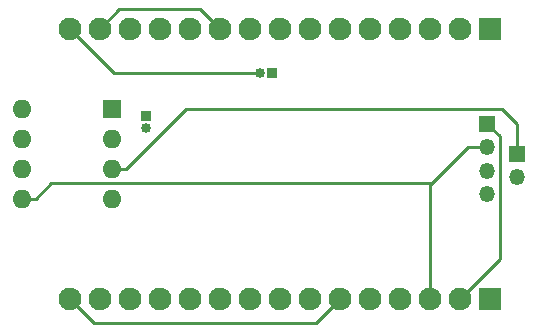
<source format=gbr>
%TF.GenerationSoftware,KiCad,Pcbnew,(7.0.0)*%
%TF.CreationDate,2023-05-29T03:25:23+05:30*%
%TF.ProjectId,sat-pcb,7361742d-7063-4622-9e6b-696361645f70,rev?*%
%TF.SameCoordinates,Original*%
%TF.FileFunction,Copper,L1,Top*%
%TF.FilePolarity,Positive*%
%FSLAX46Y46*%
G04 Gerber Fmt 4.6, Leading zero omitted, Abs format (unit mm)*
G04 Created by KiCad (PCBNEW (7.0.0)) date 2023-05-29 03:25:23*
%MOMM*%
%LPD*%
G01*
G04 APERTURE LIST*
%TA.AperFunction,ComponentPad*%
%ADD10R,1.930000X1.930000*%
%TD*%
%TA.AperFunction,ComponentPad*%
%ADD11C,1.930000*%
%TD*%
%TA.AperFunction,ComponentPad*%
%ADD12R,0.850000X0.850000*%
%TD*%
%TA.AperFunction,ComponentPad*%
%ADD13O,0.850000X0.850000*%
%TD*%
%TA.AperFunction,ComponentPad*%
%ADD14R,1.600000X1.600000*%
%TD*%
%TA.AperFunction,ComponentPad*%
%ADD15O,1.600000X1.600000*%
%TD*%
%TA.AperFunction,ComponentPad*%
%ADD16R,1.350000X1.350000*%
%TD*%
%TA.AperFunction,ComponentPad*%
%ADD17O,1.350000X1.350000*%
%TD*%
%TA.AperFunction,Conductor*%
%ADD18C,0.250000*%
%TD*%
G04 APERTURE END LIST*
D10*
%TO.P,A1,J1_1,A0*%
%TO.N,unconnected-(A1A-A0-PadJ1_1)*%
X157669999Y-68149999D03*
D11*
%TO.P,A1,J1_2,RSV1*%
%TO.N,unconnected-(A1A-RSV1-PadJ1_2)*%
X155130000Y-68150000D03*
%TO.P,A1,J1_3,RSV2*%
%TO.N,unconnected-(A1A-RSV2-PadJ1_3)*%
X152590000Y-68150000D03*
%TO.P,A1,J1_4,SD3*%
%TO.N,unconnected-(A1A-SD3-PadJ1_4)*%
X150050000Y-68150000D03*
%TO.P,A1,J1_5,SD2*%
%TO.N,unconnected-(A1A-SD2-PadJ1_5)*%
X147510000Y-68150000D03*
%TO.P,A1,J1_6,SD1*%
%TO.N,unconnected-(A1A-SD1-PadJ1_6)*%
X144970000Y-68150000D03*
%TO.P,A1,J1_7,CMD*%
%TO.N,unconnected-(A1A-CMD-PadJ1_7)*%
X142430000Y-68150000D03*
%TO.P,A1,J1_8,SD0*%
%TO.N,unconnected-(A1A-SD0-PadJ1_8)*%
X139890000Y-68150000D03*
%TO.P,A1,J1_9,CLK*%
%TO.N,unconnected-(A1A-CLK-PadJ1_9)*%
X137350000Y-68150000D03*
%TO.P,A1,J1_10,GND*%
%TO.N,Net-(A1A-GND-PadJ1_10)*%
X134810000Y-68150000D03*
%TO.P,A1,J1_11,3V3*%
%TO.N,Net-(A1A-3V3)*%
X132270000Y-68150000D03*
%TO.P,A1,J1_12,EN*%
%TO.N,unconnected-(A1A-EN-PadJ1_12)*%
X129730000Y-68150000D03*
%TO.P,A1,J1_13,RST*%
%TO.N,unconnected-(A1A-RST-PadJ1_13)*%
X127190000Y-68150000D03*
%TO.P,A1,J1_14,GND*%
%TO.N,Net-(A1A-GND-PadJ1_10)*%
X124650000Y-68150000D03*
%TO.P,A1,J1_15,VIN*%
%TO.N,vout5*%
X122110000Y-68150000D03*
D10*
%TO.P,A1,J2_1,D0*%
%TO.N,unconnected-(A1B-D0-PadJ2_1)*%
X157669999Y-91009999D03*
D11*
%TO.P,A1,J2_2,D1*%
%TO.N,scl*%
X155130000Y-91010000D03*
%TO.P,A1,J2_3,D2*%
%TO.N,sda*%
X152590000Y-91010000D03*
%TO.P,A1,J2_4,D3*%
%TO.N,unconnected-(A1B-D3-PadJ2_4)*%
X150050000Y-91010000D03*
%TO.P,A1,J2_5,D4*%
%TO.N,unconnected-(A1B-D4-PadJ2_5)*%
X147510000Y-91010000D03*
%TO.P,A1,J2_6,3V3*%
%TO.N,Net-(A1B-3V3-PadJ2_15)*%
X144970000Y-91010000D03*
%TO.P,A1,J2_7,GND*%
%TO.N,gns*%
X142430000Y-91010000D03*
%TO.P,A1,J2_8,D5*%
%TO.N,unconnected-(A1B-D5-PadJ2_8)*%
X139890000Y-91010000D03*
%TO.P,A1,J2_9,D6*%
%TO.N,unconnected-(A1B-D6-PadJ2_9)*%
X137350000Y-91010000D03*
%TO.P,A1,J2_10,D7*%
%TO.N,unconnected-(A1B-D7-PadJ2_10)*%
X134810000Y-91010000D03*
%TO.P,A1,J2_11,D8*%
%TO.N,unconnected-(A1B-D8-PadJ2_11)*%
X132270000Y-91010000D03*
%TO.P,A1,J2_12,D9*%
%TO.N,unconnected-(A1B-D9-PadJ2_12)*%
X129730000Y-91010000D03*
%TO.P,A1,J2_13,D10*%
%TO.N,unconnected-(A1B-D10-PadJ2_13)*%
X127190000Y-91010000D03*
%TO.P,A1,J2_14,GND*%
%TO.N,gns*%
X124650000Y-91010000D03*
%TO.P,A1,J2_15,3V3*%
%TO.N,Net-(A1B-3V3-PadJ2_15)*%
X122110000Y-91010000D03*
%TD*%
D12*
%TO.P,VIN1,1,Pin_1*%
%TO.N,gns*%
X139249999Y-71899999D03*
D13*
%TO.P,VIN1,2,Pin_2*%
%TO.N,vout5*%
X138249999Y-71899999D03*
%TD*%
D12*
%TO.P,J3,1,Pin_1*%
%TO.N,N/C*%
X128549999Y-75574999D03*
D13*
%TO.P,J3,2,Pin_2*%
X128549999Y-76574999D03*
%TD*%
D14*
%TO.P,U1,1,X1*%
%TO.N,N/C*%
X125719999Y-74939999D03*
D15*
%TO.P,U1,2,X2*%
X125719999Y-77479999D03*
%TO.P,U1,3,VBAT*%
%TO.N,Net-(Jbattery1-Pin_1)*%
X125719999Y-80019999D03*
%TO.P,U1,4,GND*%
%TO.N,gns*%
X125719999Y-82559999D03*
%TO.P,U1,5,SDA*%
%TO.N,sda*%
X118099999Y-82559999D03*
%TO.P,U1,6,SCL*%
%TO.N,scl*%
X118099999Y-80019999D03*
%TO.P,U1,7,SQW/OUT*%
%TO.N,unconnected-(U1-SQW{slash}OUT-Pad7)*%
X118099999Y-77479999D03*
%TO.P,U1,8,VCC*%
%TO.N,Net-(A1A-3V3)*%
X118099999Y-74939999D03*
%TD*%
D16*
%TO.P,Jbattery1,1,Pin_1*%
%TO.N,Net-(Jbattery1-Pin_1)*%
X160019999Y-78739999D03*
D17*
%TO.P,Jbattery1,2,Pin_2*%
%TO.N,gns*%
X160019999Y-80739999D03*
%TD*%
D16*
%TO.P,Jdisplay1,1,Pin_1*%
%TO.N,scl*%
X157479999Y-76199999D03*
D17*
%TO.P,Jdisplay1,2,Pin_2*%
%TO.N,sda*%
X157479999Y-78199999D03*
%TO.P,Jdisplay1,3,Pin_3*%
%TO.N,vout5*%
X157479999Y-80199999D03*
%TO.P,Jdisplay1,4,Pin_4*%
%TO.N,gns*%
X157479999Y-82199999D03*
%TD*%
D18*
%TO.N,Net-(A1A-GND-PadJ1_10)*%
X133185000Y-66525000D02*
X126275000Y-66525000D01*
X134810000Y-68150000D02*
X133185000Y-66525000D01*
X126275000Y-66525000D02*
X124650000Y-68150000D01*
%TO.N,Net-(A1A-3V3)*%
X118100000Y-74940000D02*
X118360000Y-74940000D01*
%TO.N,sda*%
X152405100Y-81250000D02*
X152774900Y-81250000D01*
X152774900Y-81250000D02*
X152590000Y-81434900D01*
X152590000Y-81434900D02*
X152590000Y-91010000D01*
X155824900Y-78200000D02*
X157480000Y-78200000D01*
X118100000Y-82560000D02*
X119225100Y-82560000D01*
X120535100Y-81250000D02*
X152405100Y-81250000D01*
X152774900Y-81250000D02*
X155824900Y-78200000D01*
X119225100Y-82560000D02*
X120535100Y-81250000D01*
%TO.N,scl*%
X157480000Y-76200000D02*
X158511600Y-77231600D01*
X158511600Y-77231600D02*
X158511600Y-87628400D01*
X158511600Y-87628400D02*
X155130000Y-91010000D01*
%TO.N,vout5*%
X125860000Y-71900000D02*
X138250000Y-71900000D01*
X122110000Y-68150000D02*
X125860000Y-71900000D01*
%TO.N,Net-(A1B-3V3-PadJ2_15)*%
X142930000Y-93050000D02*
X124150000Y-93050000D01*
X144970000Y-91010000D02*
X142930000Y-93050000D01*
X124150000Y-93050000D02*
X122110000Y-91010000D01*
%TO.N,Net-(Jbattery1-Pin_1)*%
X125720000Y-80020000D02*
X126845000Y-80020000D01*
X158725000Y-74925000D02*
X160020000Y-76220000D01*
X126845000Y-80020000D02*
X131940000Y-74925000D01*
X160020000Y-76220000D02*
X160020000Y-78740000D01*
X131940000Y-74925000D02*
X158725000Y-74925000D01*
%TD*%
M02*

</source>
